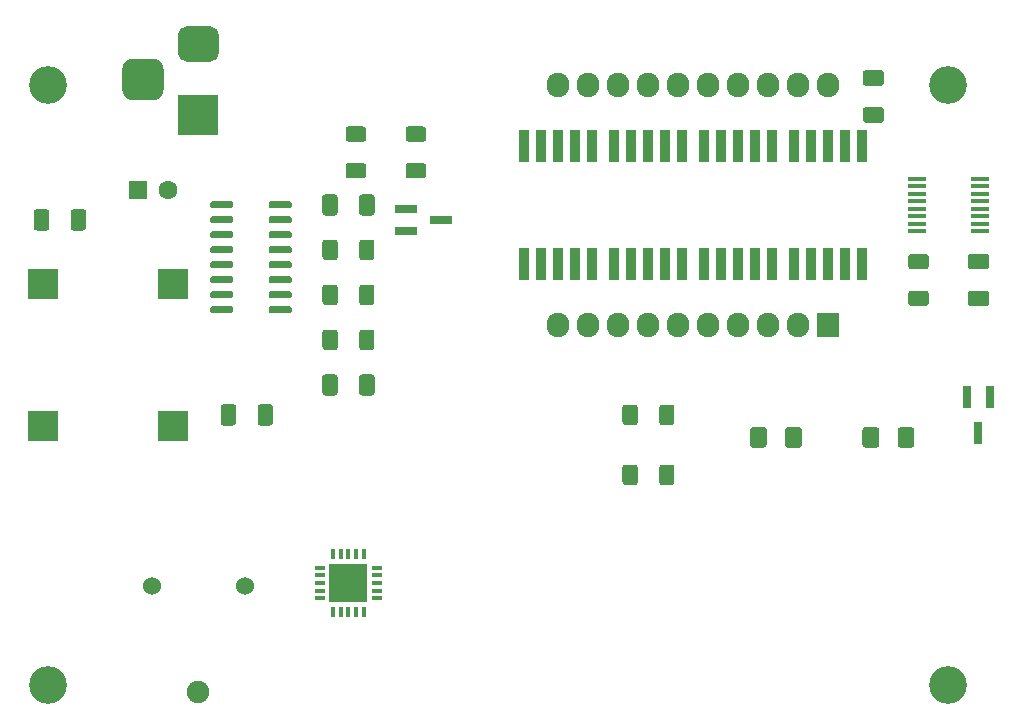
<source format=gbr>
%TF.GenerationSoftware,KiCad,Pcbnew,5.1.8+dfsg1-1+b1*%
%TF.CreationDate,2021-07-06T16:13:43-05:00*%
%TF.ProjectId,mqtt-thermocouple,6d717474-2d74-4686-9572-6d6f636f7570,A*%
%TF.SameCoordinates,Original*%
%TF.FileFunction,Soldermask,Top*%
%TF.FilePolarity,Negative*%
%FSLAX46Y46*%
G04 Gerber Fmt 4.6, Leading zero omitted, Abs format (unit mm)*
G04 Created by KiCad (PCBNEW 5.1.8+dfsg1-1+b1) date 2021-07-06 16:13:43*
%MOMM*%
%LPD*%
G01*
G04 APERTURE LIST*
%ADD10R,2.500000X2.500000*%
%ADD11C,3.200000*%
%ADD12R,1.600000X0.410000*%
%ADD13R,0.900000X2.800000*%
%ADD14O,1.900000X2.100000*%
%ADD15R,1.900000X2.100000*%
%ADD16C,1.905000*%
%ADD17C,1.524000*%
%ADD18C,0.500000*%
%ADD19R,3.250000X3.250000*%
%ADD20R,0.810000X0.320000*%
%ADD21R,0.320000X0.810000*%
%ADD22R,1.900000X0.800000*%
%ADD23R,0.800000X1.900000*%
%ADD24C,1.600000*%
%ADD25R,1.600000X1.600000*%
%ADD26R,3.500000X3.500000*%
G04 APERTURE END LIST*
D10*
%TO.C,PS1*%
X50380000Y-79660000D03*
X61380000Y-79660000D03*
X61380000Y-67660000D03*
X50380000Y-67660000D03*
%TD*%
D11*
%TO.C,REF\u002A\u002A*%
X127000000Y-50800000D03*
%TD*%
D12*
%TO.C,U3*%
X129654300Y-58737500D03*
X129654300Y-59372500D03*
X129654300Y-60007500D03*
X129654300Y-60642500D03*
X129654300Y-61277500D03*
X129654300Y-61912500D03*
X129654300Y-62547500D03*
X129654300Y-63182500D03*
X124345700Y-63182500D03*
X124345700Y-62547500D03*
X124345700Y-61912500D03*
X124345700Y-61277500D03*
X124345700Y-60642500D03*
X124345700Y-60007500D03*
X124345700Y-59372500D03*
X124345700Y-58737500D03*
%TD*%
%TO.C,R3*%
G36*
G01*
X123835000Y-68210000D02*
X125085000Y-68210000D01*
G75*
G02*
X125335000Y-68460000I0J-250000D01*
G01*
X125335000Y-69260000D01*
G75*
G02*
X125085000Y-69510000I-250000J0D01*
G01*
X123835000Y-69510000D01*
G75*
G02*
X123585000Y-69260000I0J250000D01*
G01*
X123585000Y-68460000D01*
G75*
G02*
X123835000Y-68210000I250000J0D01*
G01*
G37*
G36*
G01*
X123835000Y-65110000D02*
X125085000Y-65110000D01*
G75*
G02*
X125335000Y-65360000I0J-250000D01*
G01*
X125335000Y-66160000D01*
G75*
G02*
X125085000Y-66410000I-250000J0D01*
G01*
X123835000Y-66410000D01*
G75*
G02*
X123585000Y-66160000I0J250000D01*
G01*
X123585000Y-65360000D01*
G75*
G02*
X123835000Y-65110000I250000J0D01*
G01*
G37*
%TD*%
D13*
%TO.C,D6*%
X113960000Y-55960000D03*
X115400000Y-55960000D03*
X116840000Y-55960000D03*
X118280000Y-55960000D03*
X119720000Y-55960000D03*
X119720000Y-65960000D03*
X118280000Y-65960000D03*
X116840000Y-65960000D03*
X115400000Y-65960000D03*
X113960000Y-65960000D03*
%TD*%
%TO.C,D5*%
X106340000Y-55960000D03*
X107780000Y-55960000D03*
X109220000Y-55960000D03*
X110660000Y-55960000D03*
X112100000Y-55960000D03*
X112100000Y-65960000D03*
X110660000Y-65960000D03*
X109220000Y-65960000D03*
X107780000Y-65960000D03*
X106340000Y-65960000D03*
%TD*%
%TO.C,D4*%
X98720000Y-55960000D03*
X100160000Y-55960000D03*
X101600000Y-55960000D03*
X103040000Y-55960000D03*
X104480000Y-55960000D03*
X104480000Y-65960000D03*
X103040000Y-65960000D03*
X101600000Y-65960000D03*
X100160000Y-65960000D03*
X98720000Y-65960000D03*
%TD*%
%TO.C,D3*%
X91100000Y-55960000D03*
X92540000Y-55960000D03*
X93980000Y-55960000D03*
X95420000Y-55960000D03*
X96860000Y-55960000D03*
X96860000Y-65960000D03*
X95420000Y-65960000D03*
X93980000Y-65960000D03*
X92540000Y-65960000D03*
X91100000Y-65960000D03*
%TD*%
%TO.C,C7*%
G36*
G01*
X128889999Y-68210000D02*
X130190001Y-68210000D01*
G75*
G02*
X130440000Y-68459999I0J-249999D01*
G01*
X130440000Y-69285001D01*
G75*
G02*
X130190001Y-69535000I-249999J0D01*
G01*
X128889999Y-69535000D01*
G75*
G02*
X128640000Y-69285001I0J249999D01*
G01*
X128640000Y-68459999D01*
G75*
G02*
X128889999Y-68210000I249999J0D01*
G01*
G37*
G36*
G01*
X128889999Y-65085000D02*
X130190001Y-65085000D01*
G75*
G02*
X130440000Y-65334999I0J-249999D01*
G01*
X130440000Y-66160001D01*
G75*
G02*
X130190001Y-66410000I-249999J0D01*
G01*
X128889999Y-66410000D01*
G75*
G02*
X128640000Y-66160001I0J249999D01*
G01*
X128640000Y-65334999D01*
G75*
G02*
X128889999Y-65085000I249999J0D01*
G01*
G37*
%TD*%
%TO.C,C6*%
G36*
G01*
X121300001Y-50877500D02*
X119999999Y-50877500D01*
G75*
G02*
X119750000Y-50627501I0J249999D01*
G01*
X119750000Y-49802499D01*
G75*
G02*
X119999999Y-49552500I249999J0D01*
G01*
X121300001Y-49552500D01*
G75*
G02*
X121550000Y-49802499I0J-249999D01*
G01*
X121550000Y-50627501D01*
G75*
G02*
X121300001Y-50877500I-249999J0D01*
G01*
G37*
G36*
G01*
X121300001Y-54002500D02*
X119999999Y-54002500D01*
G75*
G02*
X119750000Y-53752501I0J249999D01*
G01*
X119750000Y-52927499D01*
G75*
G02*
X119999999Y-52677500I249999J0D01*
G01*
X121300001Y-52677500D01*
G75*
G02*
X121550000Y-52927499I0J-249999D01*
G01*
X121550000Y-53752501D01*
G75*
G02*
X121300001Y-54002500I-249999J0D01*
G01*
G37*
%TD*%
D14*
%TO.C,A1*%
X93980000Y-50800000D03*
X93980000Y-71120000D03*
X96520000Y-50800000D03*
X96520000Y-71120000D03*
X99060000Y-50800000D03*
X99060000Y-71120000D03*
X101600000Y-50800000D03*
X101600000Y-71120000D03*
X104140000Y-50800000D03*
X104140000Y-71120000D03*
X106680000Y-50800000D03*
X106680000Y-71120000D03*
X109220000Y-50800000D03*
X109220000Y-71120000D03*
X111760000Y-50800000D03*
X111760000Y-71120000D03*
X114300000Y-50800000D03*
X114300000Y-71120000D03*
X116840000Y-50800000D03*
D15*
X116840000Y-71120000D03*
%TD*%
D16*
%TO.C,TC1*%
X63500000Y-102235000D03*
D17*
X59550300Y-93218000D03*
X67449700Y-93218000D03*
%TD*%
D18*
%TO.C,U1*%
X77200000Y-93980000D03*
X76200000Y-93980000D03*
X75200000Y-93980000D03*
X77200000Y-92980000D03*
X76200000Y-92980000D03*
X77200000Y-91980000D03*
X76200000Y-91980000D03*
X75200000Y-91980000D03*
X75200000Y-92980000D03*
D19*
X76200000Y-92980000D03*
D20*
X78650000Y-91680000D03*
X78650000Y-92330000D03*
X78650000Y-92980000D03*
X78650000Y-93630000D03*
X78650000Y-94280000D03*
X73750000Y-94280000D03*
X73750000Y-93630000D03*
X73750000Y-92980000D03*
X73750000Y-92330000D03*
X73750000Y-91680000D03*
D21*
X74900000Y-90530000D03*
X75550000Y-90530000D03*
X76200000Y-90530000D03*
X76850000Y-90530000D03*
X77500000Y-90530000D03*
X77500000Y-95430000D03*
X76850000Y-95430000D03*
X76200000Y-95430000D03*
X75550000Y-95430000D03*
X74900000Y-95430000D03*
%TD*%
D22*
%TO.C,Q2*%
X84050000Y-62230000D03*
X81050000Y-63180000D03*
X81050000Y-61280000D03*
%TD*%
D23*
%TO.C,Q1*%
X129540000Y-80240000D03*
X128590000Y-77240000D03*
X130490000Y-77240000D03*
%TD*%
%TO.C,R9*%
G36*
G01*
X77100000Y-65395001D02*
X77100000Y-64144999D01*
G75*
G02*
X77349999Y-63895000I249999J0D01*
G01*
X78150001Y-63895000D01*
G75*
G02*
X78400000Y-64144999I0J-249999D01*
G01*
X78400000Y-65395001D01*
G75*
G02*
X78150001Y-65645000I-249999J0D01*
G01*
X77349999Y-65645000D01*
G75*
G02*
X77100000Y-65395001I0J249999D01*
G01*
G37*
G36*
G01*
X74000000Y-65395001D02*
X74000000Y-64144999D01*
G75*
G02*
X74249999Y-63895000I249999J0D01*
G01*
X75050001Y-63895000D01*
G75*
G02*
X75300000Y-64144999I0J-249999D01*
G01*
X75300000Y-65395001D01*
G75*
G02*
X75050001Y-65645000I-249999J0D01*
G01*
X74249999Y-65645000D01*
G75*
G02*
X74000000Y-65395001I0J249999D01*
G01*
G37*
%TD*%
%TO.C,R8*%
G36*
G01*
X76209999Y-57415000D02*
X77460001Y-57415000D01*
G75*
G02*
X77710000Y-57664999I0J-249999D01*
G01*
X77710000Y-58465001D01*
G75*
G02*
X77460001Y-58715000I-249999J0D01*
G01*
X76209999Y-58715000D01*
G75*
G02*
X75960000Y-58465001I0J249999D01*
G01*
X75960000Y-57664999D01*
G75*
G02*
X76209999Y-57415000I249999J0D01*
G01*
G37*
G36*
G01*
X76209999Y-54315000D02*
X77460001Y-54315000D01*
G75*
G02*
X77710000Y-54564999I0J-249999D01*
G01*
X77710000Y-55365001D01*
G75*
G02*
X77460001Y-55615000I-249999J0D01*
G01*
X76209999Y-55615000D01*
G75*
G02*
X75960000Y-55365001I0J249999D01*
G01*
X75960000Y-54564999D01*
G75*
G02*
X76209999Y-54315000I249999J0D01*
G01*
G37*
%TD*%
%TO.C,R7*%
G36*
G01*
X81289999Y-57415000D02*
X82540001Y-57415000D01*
G75*
G02*
X82790000Y-57664999I0J-249999D01*
G01*
X82790000Y-58465001D01*
G75*
G02*
X82540001Y-58715000I-249999J0D01*
G01*
X81289999Y-58715000D01*
G75*
G02*
X81040000Y-58465001I0J249999D01*
G01*
X81040000Y-57664999D01*
G75*
G02*
X81289999Y-57415000I249999J0D01*
G01*
G37*
G36*
G01*
X81289999Y-54315000D02*
X82540001Y-54315000D01*
G75*
G02*
X82790000Y-54564999I0J-249999D01*
G01*
X82790000Y-55365001D01*
G75*
G02*
X82540001Y-55615000I-249999J0D01*
G01*
X81289999Y-55615000D01*
G75*
G02*
X81040000Y-55365001I0J249999D01*
G01*
X81040000Y-54564999D01*
G75*
G02*
X81289999Y-54315000I249999J0D01*
G01*
G37*
%TD*%
%TO.C,R6*%
G36*
G01*
X75300000Y-67954999D02*
X75300000Y-69205001D01*
G75*
G02*
X75050001Y-69455000I-249999J0D01*
G01*
X74249999Y-69455000D01*
G75*
G02*
X74000000Y-69205001I0J249999D01*
G01*
X74000000Y-67954999D01*
G75*
G02*
X74249999Y-67705000I249999J0D01*
G01*
X75050001Y-67705000D01*
G75*
G02*
X75300000Y-67954999I0J-249999D01*
G01*
G37*
G36*
G01*
X78400000Y-67954999D02*
X78400000Y-69205001D01*
G75*
G02*
X78150001Y-69455000I-249999J0D01*
G01*
X77349999Y-69455000D01*
G75*
G02*
X77100000Y-69205001I0J249999D01*
G01*
X77100000Y-67954999D01*
G75*
G02*
X77349999Y-67705000I249999J0D01*
G01*
X78150001Y-67705000D01*
G75*
G02*
X78400000Y-67954999I0J-249999D01*
G01*
G37*
%TD*%
%TO.C,R5*%
G36*
G01*
X75300000Y-71764999D02*
X75300000Y-73015001D01*
G75*
G02*
X75050001Y-73265000I-249999J0D01*
G01*
X74249999Y-73265000D01*
G75*
G02*
X74000000Y-73015001I0J249999D01*
G01*
X74000000Y-71764999D01*
G75*
G02*
X74249999Y-71515000I249999J0D01*
G01*
X75050001Y-71515000D01*
G75*
G02*
X75300000Y-71764999I0J-249999D01*
G01*
G37*
G36*
G01*
X78400000Y-71764999D02*
X78400000Y-73015001D01*
G75*
G02*
X78150001Y-73265000I-249999J0D01*
G01*
X77349999Y-73265000D01*
G75*
G02*
X77100000Y-73015001I0J249999D01*
G01*
X77100000Y-71764999D01*
G75*
G02*
X77349999Y-71515000I249999J0D01*
G01*
X78150001Y-71515000D01*
G75*
G02*
X78400000Y-71764999I0J-249999D01*
G01*
G37*
%TD*%
%TO.C,C5*%
G36*
G01*
X77100000Y-61610002D02*
X77100000Y-60309998D01*
G75*
G02*
X77349998Y-60060000I249998J0D01*
G01*
X78175002Y-60060000D01*
G75*
G02*
X78425000Y-60309998I0J-249998D01*
G01*
X78425000Y-61610002D01*
G75*
G02*
X78175002Y-61860000I-249998J0D01*
G01*
X77349998Y-61860000D01*
G75*
G02*
X77100000Y-61610002I0J249998D01*
G01*
G37*
G36*
G01*
X73975000Y-61610002D02*
X73975000Y-60309998D01*
G75*
G02*
X74224998Y-60060000I249998J0D01*
G01*
X75050002Y-60060000D01*
G75*
G02*
X75300000Y-60309998I0J-249998D01*
G01*
X75300000Y-61610002D01*
G75*
G02*
X75050002Y-61860000I-249998J0D01*
G01*
X74224998Y-61860000D01*
G75*
G02*
X73975000Y-61610002I0J249998D01*
G01*
G37*
%TD*%
%TO.C,C4*%
G36*
G01*
X77100000Y-76850002D02*
X77100000Y-75549998D01*
G75*
G02*
X77349998Y-75300000I249998J0D01*
G01*
X78175002Y-75300000D01*
G75*
G02*
X78425000Y-75549998I0J-249998D01*
G01*
X78425000Y-76850002D01*
G75*
G02*
X78175002Y-77100000I-249998J0D01*
G01*
X77349998Y-77100000D01*
G75*
G02*
X77100000Y-76850002I0J249998D01*
G01*
G37*
G36*
G01*
X73975000Y-76850002D02*
X73975000Y-75549998D01*
G75*
G02*
X74224998Y-75300000I249998J0D01*
G01*
X75050002Y-75300000D01*
G75*
G02*
X75300000Y-75549998I0J-249998D01*
G01*
X75300000Y-76850002D01*
G75*
G02*
X75050002Y-77100000I-249998J0D01*
G01*
X74224998Y-77100000D01*
G75*
G02*
X73975000Y-76850002I0J249998D01*
G01*
G37*
%TD*%
%TO.C,U2*%
G36*
G01*
X69445000Y-61110000D02*
X69445000Y-60810000D01*
G75*
G02*
X69595000Y-60660000I150000J0D01*
G01*
X71245000Y-60660000D01*
G75*
G02*
X71395000Y-60810000I0J-150000D01*
G01*
X71395000Y-61110000D01*
G75*
G02*
X71245000Y-61260000I-150000J0D01*
G01*
X69595000Y-61260000D01*
G75*
G02*
X69445000Y-61110000I0J150000D01*
G01*
G37*
G36*
G01*
X69445000Y-62380000D02*
X69445000Y-62080000D01*
G75*
G02*
X69595000Y-61930000I150000J0D01*
G01*
X71245000Y-61930000D01*
G75*
G02*
X71395000Y-62080000I0J-150000D01*
G01*
X71395000Y-62380000D01*
G75*
G02*
X71245000Y-62530000I-150000J0D01*
G01*
X69595000Y-62530000D01*
G75*
G02*
X69445000Y-62380000I0J150000D01*
G01*
G37*
G36*
G01*
X69445000Y-63650000D02*
X69445000Y-63350000D01*
G75*
G02*
X69595000Y-63200000I150000J0D01*
G01*
X71245000Y-63200000D01*
G75*
G02*
X71395000Y-63350000I0J-150000D01*
G01*
X71395000Y-63650000D01*
G75*
G02*
X71245000Y-63800000I-150000J0D01*
G01*
X69595000Y-63800000D01*
G75*
G02*
X69445000Y-63650000I0J150000D01*
G01*
G37*
G36*
G01*
X69445000Y-64920000D02*
X69445000Y-64620000D01*
G75*
G02*
X69595000Y-64470000I150000J0D01*
G01*
X71245000Y-64470000D01*
G75*
G02*
X71395000Y-64620000I0J-150000D01*
G01*
X71395000Y-64920000D01*
G75*
G02*
X71245000Y-65070000I-150000J0D01*
G01*
X69595000Y-65070000D01*
G75*
G02*
X69445000Y-64920000I0J150000D01*
G01*
G37*
G36*
G01*
X69445000Y-66190000D02*
X69445000Y-65890000D01*
G75*
G02*
X69595000Y-65740000I150000J0D01*
G01*
X71245000Y-65740000D01*
G75*
G02*
X71395000Y-65890000I0J-150000D01*
G01*
X71395000Y-66190000D01*
G75*
G02*
X71245000Y-66340000I-150000J0D01*
G01*
X69595000Y-66340000D01*
G75*
G02*
X69445000Y-66190000I0J150000D01*
G01*
G37*
G36*
G01*
X69445000Y-67460000D02*
X69445000Y-67160000D01*
G75*
G02*
X69595000Y-67010000I150000J0D01*
G01*
X71245000Y-67010000D01*
G75*
G02*
X71395000Y-67160000I0J-150000D01*
G01*
X71395000Y-67460000D01*
G75*
G02*
X71245000Y-67610000I-150000J0D01*
G01*
X69595000Y-67610000D01*
G75*
G02*
X69445000Y-67460000I0J150000D01*
G01*
G37*
G36*
G01*
X69445000Y-68730000D02*
X69445000Y-68430000D01*
G75*
G02*
X69595000Y-68280000I150000J0D01*
G01*
X71245000Y-68280000D01*
G75*
G02*
X71395000Y-68430000I0J-150000D01*
G01*
X71395000Y-68730000D01*
G75*
G02*
X71245000Y-68880000I-150000J0D01*
G01*
X69595000Y-68880000D01*
G75*
G02*
X69445000Y-68730000I0J150000D01*
G01*
G37*
G36*
G01*
X69445000Y-70000000D02*
X69445000Y-69700000D01*
G75*
G02*
X69595000Y-69550000I150000J0D01*
G01*
X71245000Y-69550000D01*
G75*
G02*
X71395000Y-69700000I0J-150000D01*
G01*
X71395000Y-70000000D01*
G75*
G02*
X71245000Y-70150000I-150000J0D01*
G01*
X69595000Y-70150000D01*
G75*
G02*
X69445000Y-70000000I0J150000D01*
G01*
G37*
G36*
G01*
X64495000Y-70000000D02*
X64495000Y-69700000D01*
G75*
G02*
X64645000Y-69550000I150000J0D01*
G01*
X66295000Y-69550000D01*
G75*
G02*
X66445000Y-69700000I0J-150000D01*
G01*
X66445000Y-70000000D01*
G75*
G02*
X66295000Y-70150000I-150000J0D01*
G01*
X64645000Y-70150000D01*
G75*
G02*
X64495000Y-70000000I0J150000D01*
G01*
G37*
G36*
G01*
X64495000Y-68730000D02*
X64495000Y-68430000D01*
G75*
G02*
X64645000Y-68280000I150000J0D01*
G01*
X66295000Y-68280000D01*
G75*
G02*
X66445000Y-68430000I0J-150000D01*
G01*
X66445000Y-68730000D01*
G75*
G02*
X66295000Y-68880000I-150000J0D01*
G01*
X64645000Y-68880000D01*
G75*
G02*
X64495000Y-68730000I0J150000D01*
G01*
G37*
G36*
G01*
X64495000Y-67460000D02*
X64495000Y-67160000D01*
G75*
G02*
X64645000Y-67010000I150000J0D01*
G01*
X66295000Y-67010000D01*
G75*
G02*
X66445000Y-67160000I0J-150000D01*
G01*
X66445000Y-67460000D01*
G75*
G02*
X66295000Y-67610000I-150000J0D01*
G01*
X64645000Y-67610000D01*
G75*
G02*
X64495000Y-67460000I0J150000D01*
G01*
G37*
G36*
G01*
X64495000Y-66190000D02*
X64495000Y-65890000D01*
G75*
G02*
X64645000Y-65740000I150000J0D01*
G01*
X66295000Y-65740000D01*
G75*
G02*
X66445000Y-65890000I0J-150000D01*
G01*
X66445000Y-66190000D01*
G75*
G02*
X66295000Y-66340000I-150000J0D01*
G01*
X64645000Y-66340000D01*
G75*
G02*
X64495000Y-66190000I0J150000D01*
G01*
G37*
G36*
G01*
X64495000Y-64920000D02*
X64495000Y-64620000D01*
G75*
G02*
X64645000Y-64470000I150000J0D01*
G01*
X66295000Y-64470000D01*
G75*
G02*
X66445000Y-64620000I0J-150000D01*
G01*
X66445000Y-64920000D01*
G75*
G02*
X66295000Y-65070000I-150000J0D01*
G01*
X64645000Y-65070000D01*
G75*
G02*
X64495000Y-64920000I0J150000D01*
G01*
G37*
G36*
G01*
X64495000Y-63650000D02*
X64495000Y-63350000D01*
G75*
G02*
X64645000Y-63200000I150000J0D01*
G01*
X66295000Y-63200000D01*
G75*
G02*
X66445000Y-63350000I0J-150000D01*
G01*
X66445000Y-63650000D01*
G75*
G02*
X66295000Y-63800000I-150000J0D01*
G01*
X64645000Y-63800000D01*
G75*
G02*
X64495000Y-63650000I0J150000D01*
G01*
G37*
G36*
G01*
X64495000Y-62380000D02*
X64495000Y-62080000D01*
G75*
G02*
X64645000Y-61930000I150000J0D01*
G01*
X66295000Y-61930000D01*
G75*
G02*
X66445000Y-62080000I0J-150000D01*
G01*
X66445000Y-62380000D01*
G75*
G02*
X66295000Y-62530000I-150000J0D01*
G01*
X64645000Y-62530000D01*
G75*
G02*
X64495000Y-62380000I0J150000D01*
G01*
G37*
G36*
G01*
X64495000Y-61110000D02*
X64495000Y-60810000D01*
G75*
G02*
X64645000Y-60660000I150000J0D01*
G01*
X66295000Y-60660000D01*
G75*
G02*
X66445000Y-60810000I0J-150000D01*
G01*
X66445000Y-61110000D01*
G75*
G02*
X66295000Y-61260000I-150000J0D01*
G01*
X64645000Y-61260000D01*
G75*
G02*
X64495000Y-61110000I0J150000D01*
G01*
G37*
%TD*%
D24*
%TO.C,C1*%
X60920000Y-59690000D03*
D25*
X58420000Y-59690000D03*
%TD*%
%TO.C,C3*%
G36*
G01*
X68502500Y-79390003D02*
X68502500Y-78089997D01*
G75*
G02*
X68752497Y-77840000I249997J0D01*
G01*
X69577503Y-77840000D01*
G75*
G02*
X69827500Y-78089997I0J-249997D01*
G01*
X69827500Y-79390003D01*
G75*
G02*
X69577503Y-79640000I-249997J0D01*
G01*
X68752497Y-79640000D01*
G75*
G02*
X68502500Y-79390003I0J249997D01*
G01*
G37*
G36*
G01*
X65377500Y-79390003D02*
X65377500Y-78089997D01*
G75*
G02*
X65627497Y-77840000I249997J0D01*
G01*
X66452503Y-77840000D01*
G75*
G02*
X66702500Y-78089997I0J-249997D01*
G01*
X66702500Y-79390003D01*
G75*
G02*
X66452503Y-79640000I-249997J0D01*
G01*
X65627497Y-79640000D01*
G75*
G02*
X65377500Y-79390003I0J249997D01*
G01*
G37*
%TD*%
%TO.C,C2*%
G36*
G01*
X52677500Y-62880003D02*
X52677500Y-61579997D01*
G75*
G02*
X52927497Y-61330000I249997J0D01*
G01*
X53752503Y-61330000D01*
G75*
G02*
X54002500Y-61579997I0J-249997D01*
G01*
X54002500Y-62880003D01*
G75*
G02*
X53752503Y-63130000I-249997J0D01*
G01*
X52927497Y-63130000D01*
G75*
G02*
X52677500Y-62880003I0J249997D01*
G01*
G37*
G36*
G01*
X49552500Y-62880003D02*
X49552500Y-61579997D01*
G75*
G02*
X49802497Y-61330000I249997J0D01*
G01*
X50627503Y-61330000D01*
G75*
G02*
X50877500Y-61579997I0J-249997D01*
G01*
X50877500Y-62880003D01*
G75*
G02*
X50627503Y-63130000I-249997J0D01*
G01*
X49802497Y-63130000D01*
G75*
G02*
X49552500Y-62880003I0J249997D01*
G01*
G37*
%TD*%
%TO.C,R2*%
G36*
G01*
X102500000Y-84445001D02*
X102500000Y-83194999D01*
G75*
G02*
X102749999Y-82945000I249999J0D01*
G01*
X103550001Y-82945000D01*
G75*
G02*
X103800000Y-83194999I0J-249999D01*
G01*
X103800000Y-84445001D01*
G75*
G02*
X103550001Y-84695000I-249999J0D01*
G01*
X102749999Y-84695000D01*
G75*
G02*
X102500000Y-84445001I0J249999D01*
G01*
G37*
G36*
G01*
X99400000Y-84445001D02*
X99400000Y-83194999D01*
G75*
G02*
X99649999Y-82945000I249999J0D01*
G01*
X100450001Y-82945000D01*
G75*
G02*
X100700000Y-83194999I0J-249999D01*
G01*
X100700000Y-84445001D01*
G75*
G02*
X100450001Y-84695000I-249999J0D01*
G01*
X99649999Y-84695000D01*
G75*
G02*
X99400000Y-84445001I0J249999D01*
G01*
G37*
%TD*%
%TO.C,R1*%
G36*
G01*
X102500000Y-79365001D02*
X102500000Y-78114999D01*
G75*
G02*
X102749999Y-77865000I249999J0D01*
G01*
X103550001Y-77865000D01*
G75*
G02*
X103800000Y-78114999I0J-249999D01*
G01*
X103800000Y-79365001D01*
G75*
G02*
X103550001Y-79615000I-249999J0D01*
G01*
X102749999Y-79615000D01*
G75*
G02*
X102500000Y-79365001I0J249999D01*
G01*
G37*
G36*
G01*
X99400000Y-79365001D02*
X99400000Y-78114999D01*
G75*
G02*
X99649999Y-77865000I249999J0D01*
G01*
X100450001Y-77865000D01*
G75*
G02*
X100700000Y-78114999I0J-249999D01*
G01*
X100700000Y-79365001D01*
G75*
G02*
X100450001Y-79615000I-249999J0D01*
G01*
X99649999Y-79615000D01*
G75*
G02*
X99400000Y-79365001I0J249999D01*
G01*
G37*
%TD*%
%TO.C,D2*%
G36*
G01*
X121145000Y-80020000D02*
X121145000Y-81270000D01*
G75*
G02*
X120895000Y-81520000I-250000J0D01*
G01*
X119970000Y-81520000D01*
G75*
G02*
X119720000Y-81270000I0J250000D01*
G01*
X119720000Y-80020000D01*
G75*
G02*
X119970000Y-79770000I250000J0D01*
G01*
X120895000Y-79770000D01*
G75*
G02*
X121145000Y-80020000I0J-250000D01*
G01*
G37*
G36*
G01*
X124120000Y-80020000D02*
X124120000Y-81270000D01*
G75*
G02*
X123870000Y-81520000I-250000J0D01*
G01*
X122945000Y-81520000D01*
G75*
G02*
X122695000Y-81270000I0J250000D01*
G01*
X122695000Y-80020000D01*
G75*
G02*
X122945000Y-79770000I250000J0D01*
G01*
X123870000Y-79770000D01*
G75*
G02*
X124120000Y-80020000I0J-250000D01*
G01*
G37*
%TD*%
%TO.C,D1*%
G36*
G01*
X111620000Y-80020000D02*
X111620000Y-81270000D01*
G75*
G02*
X111370000Y-81520000I-250000J0D01*
G01*
X110445000Y-81520000D01*
G75*
G02*
X110195000Y-81270000I0J250000D01*
G01*
X110195000Y-80020000D01*
G75*
G02*
X110445000Y-79770000I250000J0D01*
G01*
X111370000Y-79770000D01*
G75*
G02*
X111620000Y-80020000I0J-250000D01*
G01*
G37*
G36*
G01*
X114595000Y-80020000D02*
X114595000Y-81270000D01*
G75*
G02*
X114345000Y-81520000I-250000J0D01*
G01*
X113420000Y-81520000D01*
G75*
G02*
X113170000Y-81270000I0J250000D01*
G01*
X113170000Y-80020000D01*
G75*
G02*
X113420000Y-79770000I250000J0D01*
G01*
X114345000Y-79770000D01*
G75*
G02*
X114595000Y-80020000I0J-250000D01*
G01*
G37*
%TD*%
%TO.C,J1*%
G36*
G01*
X57925000Y-48590000D02*
X59675000Y-48590000D01*
G75*
G02*
X60550000Y-49465000I0J-875000D01*
G01*
X60550000Y-51215000D01*
G75*
G02*
X59675000Y-52090000I-875000J0D01*
G01*
X57925000Y-52090000D01*
G75*
G02*
X57050000Y-51215000I0J875000D01*
G01*
X57050000Y-49465000D01*
G75*
G02*
X57925000Y-48590000I875000J0D01*
G01*
G37*
G36*
G01*
X62500000Y-45840000D02*
X64500000Y-45840000D01*
G75*
G02*
X65250000Y-46590000I0J-750000D01*
G01*
X65250000Y-48090000D01*
G75*
G02*
X64500000Y-48840000I-750000J0D01*
G01*
X62500000Y-48840000D01*
G75*
G02*
X61750000Y-48090000I0J750000D01*
G01*
X61750000Y-46590000D01*
G75*
G02*
X62500000Y-45840000I750000J0D01*
G01*
G37*
D26*
X63500000Y-53340000D03*
%TD*%
D11*
%TO.C,REF\u002A\u002A*%
X127000000Y-101600000D03*
%TD*%
%TO.C,REF\u002A\u002A*%
X50800000Y-101600000D03*
%TD*%
%TO.C,REF\u002A\u002A*%
X50800000Y-50800000D03*
%TD*%
M02*

</source>
